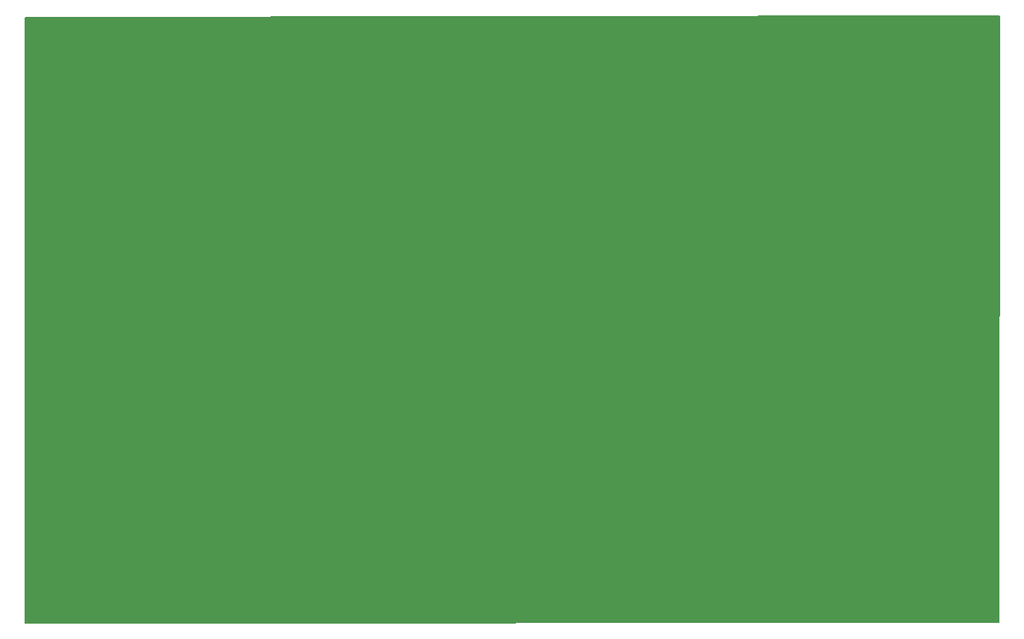
<source format=gbr>
G04 #@! TF.GenerationSoftware,KiCad,Pcbnew,(5.0.2)-1*
G04 #@! TF.CreationDate,2019-02-03T16:24:29+01:00*
G04 #@! TF.ProjectId,V1,56312e6b-6963-4616-945f-706362585858,rev?*
G04 #@! TF.SameCoordinates,PX5b8d800PY6453980*
G04 #@! TF.FileFunction,Other,User*
%FSLAX46Y46*%
G04 Gerber Fmt 4.6, Leading zero omitted, Abs format (unit mm)*
G04 Created by KiCad (PCBNEW (5.0.2)-1) date 02/03/19 16:24:29*
%MOMM*%
%LPD*%
G01*
G04 APERTURE LIST*
%ADD10C,0.150000*%
G04 APERTURE END LIST*
D10*
G36*
X107200000Y66900000D02*
X107100000Y50000D01*
X-100000Y-50000D01*
X-100000Y66700000D01*
X107200000Y66900000D01*
G37*
X107200000Y66900000D02*
X107100000Y50000D01*
X-100000Y-50000D01*
X-100000Y66700000D01*
X107200000Y66900000D01*
M02*

</source>
